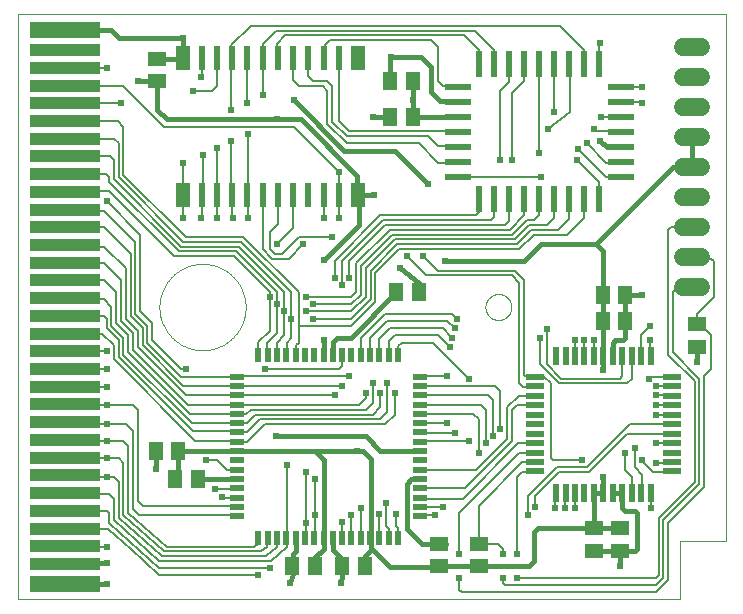
<source format=gtl>
G75*
%MOIN*%
%OFA0B0*%
%FSLAX25Y25*%
%IPPOS*%
%LPD*%
%AMOC8*
5,1,8,0,0,1.08239X$1,22.5*
%
%ADD10C,0.00000*%
%ADD11R,0.04724X0.07874*%
%ADD12R,0.02362X0.07874*%
%ADD13R,0.23622X0.05512*%
%ADD14R,0.23622X0.03937*%
%ADD15R,0.08661X0.02362*%
%ADD16R,0.02362X0.08661*%
%ADD17R,0.02200X0.04700*%
%ADD18R,0.04700X0.02200*%
%ADD19R,0.05906X0.05118*%
%ADD20R,0.05118X0.05906*%
%ADD21R,0.01969X0.05906*%
%ADD22R,0.05906X0.01969*%
%ADD23C,0.06000*%
%ADD24C,0.01600*%
%ADD25C,0.02400*%
%ADD26C,0.00800*%
D10*
X0001000Y0001000D02*
X0001000Y0196000D01*
X0237000Y0196000D01*
X0237000Y0020500D01*
X0221900Y0020500D01*
X0221900Y0001000D01*
X0001000Y0001000D01*
X0048244Y0098441D02*
X0048248Y0098794D01*
X0048261Y0099146D01*
X0048283Y0099498D01*
X0048313Y0099850D01*
X0048352Y0100200D01*
X0048400Y0100550D01*
X0048456Y0100898D01*
X0048520Y0101244D01*
X0048593Y0101589D01*
X0048675Y0101933D01*
X0048765Y0102274D01*
X0048863Y0102612D01*
X0048969Y0102949D01*
X0049084Y0103282D01*
X0049207Y0103613D01*
X0049338Y0103940D01*
X0049477Y0104264D01*
X0049624Y0104585D01*
X0049778Y0104902D01*
X0049941Y0105215D01*
X0050111Y0105524D01*
X0050288Y0105829D01*
X0050473Y0106129D01*
X0050666Y0106425D01*
X0050865Y0106715D01*
X0051072Y0107001D01*
X0051285Y0107282D01*
X0051506Y0107557D01*
X0051733Y0107827D01*
X0051967Y0108091D01*
X0052207Y0108350D01*
X0052453Y0108602D01*
X0052705Y0108848D01*
X0052964Y0109088D01*
X0053228Y0109322D01*
X0053498Y0109549D01*
X0053773Y0109770D01*
X0054054Y0109983D01*
X0054340Y0110190D01*
X0054630Y0110389D01*
X0054926Y0110582D01*
X0055226Y0110767D01*
X0055531Y0110944D01*
X0055840Y0111114D01*
X0056153Y0111277D01*
X0056470Y0111431D01*
X0056791Y0111578D01*
X0057115Y0111717D01*
X0057442Y0111848D01*
X0057773Y0111971D01*
X0058106Y0112086D01*
X0058443Y0112192D01*
X0058781Y0112290D01*
X0059122Y0112380D01*
X0059466Y0112462D01*
X0059811Y0112535D01*
X0060157Y0112599D01*
X0060505Y0112655D01*
X0060855Y0112703D01*
X0061205Y0112742D01*
X0061557Y0112772D01*
X0061909Y0112794D01*
X0062261Y0112807D01*
X0062614Y0112811D01*
X0062967Y0112807D01*
X0063319Y0112794D01*
X0063671Y0112772D01*
X0064023Y0112742D01*
X0064373Y0112703D01*
X0064723Y0112655D01*
X0065071Y0112599D01*
X0065417Y0112535D01*
X0065762Y0112462D01*
X0066106Y0112380D01*
X0066447Y0112290D01*
X0066785Y0112192D01*
X0067122Y0112086D01*
X0067455Y0111971D01*
X0067786Y0111848D01*
X0068113Y0111717D01*
X0068437Y0111578D01*
X0068758Y0111431D01*
X0069075Y0111277D01*
X0069388Y0111114D01*
X0069697Y0110944D01*
X0070002Y0110767D01*
X0070302Y0110582D01*
X0070598Y0110389D01*
X0070888Y0110190D01*
X0071174Y0109983D01*
X0071455Y0109770D01*
X0071730Y0109549D01*
X0072000Y0109322D01*
X0072264Y0109088D01*
X0072523Y0108848D01*
X0072775Y0108602D01*
X0073021Y0108350D01*
X0073261Y0108091D01*
X0073495Y0107827D01*
X0073722Y0107557D01*
X0073943Y0107282D01*
X0074156Y0107001D01*
X0074363Y0106715D01*
X0074562Y0106425D01*
X0074755Y0106129D01*
X0074940Y0105829D01*
X0075117Y0105524D01*
X0075287Y0105215D01*
X0075450Y0104902D01*
X0075604Y0104585D01*
X0075751Y0104264D01*
X0075890Y0103940D01*
X0076021Y0103613D01*
X0076144Y0103282D01*
X0076259Y0102949D01*
X0076365Y0102612D01*
X0076463Y0102274D01*
X0076553Y0101933D01*
X0076635Y0101589D01*
X0076708Y0101244D01*
X0076772Y0100898D01*
X0076828Y0100550D01*
X0076876Y0100200D01*
X0076915Y0099850D01*
X0076945Y0099498D01*
X0076967Y0099146D01*
X0076980Y0098794D01*
X0076984Y0098441D01*
X0076980Y0098088D01*
X0076967Y0097736D01*
X0076945Y0097384D01*
X0076915Y0097032D01*
X0076876Y0096682D01*
X0076828Y0096332D01*
X0076772Y0095984D01*
X0076708Y0095638D01*
X0076635Y0095293D01*
X0076553Y0094949D01*
X0076463Y0094608D01*
X0076365Y0094270D01*
X0076259Y0093933D01*
X0076144Y0093600D01*
X0076021Y0093269D01*
X0075890Y0092942D01*
X0075751Y0092618D01*
X0075604Y0092297D01*
X0075450Y0091980D01*
X0075287Y0091667D01*
X0075117Y0091358D01*
X0074940Y0091053D01*
X0074755Y0090753D01*
X0074562Y0090457D01*
X0074363Y0090167D01*
X0074156Y0089881D01*
X0073943Y0089600D01*
X0073722Y0089325D01*
X0073495Y0089055D01*
X0073261Y0088791D01*
X0073021Y0088532D01*
X0072775Y0088280D01*
X0072523Y0088034D01*
X0072264Y0087794D01*
X0072000Y0087560D01*
X0071730Y0087333D01*
X0071455Y0087112D01*
X0071174Y0086899D01*
X0070888Y0086692D01*
X0070598Y0086493D01*
X0070302Y0086300D01*
X0070002Y0086115D01*
X0069697Y0085938D01*
X0069388Y0085768D01*
X0069075Y0085605D01*
X0068758Y0085451D01*
X0068437Y0085304D01*
X0068113Y0085165D01*
X0067786Y0085034D01*
X0067455Y0084911D01*
X0067122Y0084796D01*
X0066785Y0084690D01*
X0066447Y0084592D01*
X0066106Y0084502D01*
X0065762Y0084420D01*
X0065417Y0084347D01*
X0065071Y0084283D01*
X0064723Y0084227D01*
X0064373Y0084179D01*
X0064023Y0084140D01*
X0063671Y0084110D01*
X0063319Y0084088D01*
X0062967Y0084075D01*
X0062614Y0084071D01*
X0062261Y0084075D01*
X0061909Y0084088D01*
X0061557Y0084110D01*
X0061205Y0084140D01*
X0060855Y0084179D01*
X0060505Y0084227D01*
X0060157Y0084283D01*
X0059811Y0084347D01*
X0059466Y0084420D01*
X0059122Y0084502D01*
X0058781Y0084592D01*
X0058443Y0084690D01*
X0058106Y0084796D01*
X0057773Y0084911D01*
X0057442Y0085034D01*
X0057115Y0085165D01*
X0056791Y0085304D01*
X0056470Y0085451D01*
X0056153Y0085605D01*
X0055840Y0085768D01*
X0055531Y0085938D01*
X0055226Y0086115D01*
X0054926Y0086300D01*
X0054630Y0086493D01*
X0054340Y0086692D01*
X0054054Y0086899D01*
X0053773Y0087112D01*
X0053498Y0087333D01*
X0053228Y0087560D01*
X0052964Y0087794D01*
X0052705Y0088034D01*
X0052453Y0088280D01*
X0052207Y0088532D01*
X0051967Y0088791D01*
X0051733Y0089055D01*
X0051506Y0089325D01*
X0051285Y0089600D01*
X0051072Y0089881D01*
X0050865Y0090167D01*
X0050666Y0090457D01*
X0050473Y0090753D01*
X0050288Y0091053D01*
X0050111Y0091358D01*
X0049941Y0091667D01*
X0049778Y0091980D01*
X0049624Y0092297D01*
X0049477Y0092618D01*
X0049338Y0092942D01*
X0049207Y0093269D01*
X0049084Y0093600D01*
X0048969Y0093933D01*
X0048863Y0094270D01*
X0048765Y0094608D01*
X0048675Y0094949D01*
X0048593Y0095293D01*
X0048520Y0095638D01*
X0048456Y0095984D01*
X0048400Y0096332D01*
X0048352Y0096682D01*
X0048313Y0097032D01*
X0048283Y0097384D01*
X0048261Y0097736D01*
X0048248Y0098088D01*
X0048244Y0098441D01*
X0156905Y0098441D02*
X0156907Y0098572D01*
X0156913Y0098704D01*
X0156923Y0098835D01*
X0156937Y0098966D01*
X0156955Y0099096D01*
X0156977Y0099225D01*
X0157002Y0099354D01*
X0157032Y0099482D01*
X0157066Y0099609D01*
X0157103Y0099736D01*
X0157144Y0099860D01*
X0157189Y0099984D01*
X0157238Y0100106D01*
X0157290Y0100227D01*
X0157346Y0100345D01*
X0157406Y0100463D01*
X0157469Y0100578D01*
X0157536Y0100691D01*
X0157606Y0100803D01*
X0157679Y0100912D01*
X0157755Y0101018D01*
X0157835Y0101123D01*
X0157918Y0101225D01*
X0158004Y0101324D01*
X0158093Y0101421D01*
X0158185Y0101515D01*
X0158280Y0101606D01*
X0158377Y0101695D01*
X0158477Y0101780D01*
X0158580Y0101862D01*
X0158685Y0101941D01*
X0158792Y0102017D01*
X0158902Y0102089D01*
X0159014Y0102158D01*
X0159128Y0102224D01*
X0159243Y0102286D01*
X0159361Y0102345D01*
X0159480Y0102400D01*
X0159601Y0102452D01*
X0159724Y0102499D01*
X0159848Y0102543D01*
X0159973Y0102584D01*
X0160099Y0102620D01*
X0160227Y0102653D01*
X0160355Y0102681D01*
X0160484Y0102706D01*
X0160614Y0102727D01*
X0160744Y0102744D01*
X0160875Y0102757D01*
X0161006Y0102766D01*
X0161137Y0102771D01*
X0161269Y0102772D01*
X0161400Y0102769D01*
X0161532Y0102762D01*
X0161663Y0102751D01*
X0161793Y0102736D01*
X0161923Y0102717D01*
X0162053Y0102694D01*
X0162181Y0102668D01*
X0162309Y0102637D01*
X0162436Y0102602D01*
X0162562Y0102564D01*
X0162686Y0102522D01*
X0162810Y0102476D01*
X0162931Y0102426D01*
X0163051Y0102373D01*
X0163170Y0102316D01*
X0163287Y0102256D01*
X0163401Y0102192D01*
X0163514Y0102124D01*
X0163625Y0102053D01*
X0163734Y0101979D01*
X0163840Y0101902D01*
X0163944Y0101821D01*
X0164045Y0101738D01*
X0164144Y0101651D01*
X0164240Y0101561D01*
X0164333Y0101468D01*
X0164424Y0101373D01*
X0164511Y0101275D01*
X0164596Y0101174D01*
X0164677Y0101071D01*
X0164755Y0100965D01*
X0164830Y0100857D01*
X0164902Y0100747D01*
X0164970Y0100635D01*
X0165035Y0100521D01*
X0165096Y0100404D01*
X0165154Y0100286D01*
X0165208Y0100166D01*
X0165259Y0100045D01*
X0165306Y0099922D01*
X0165349Y0099798D01*
X0165388Y0099673D01*
X0165424Y0099546D01*
X0165455Y0099418D01*
X0165483Y0099290D01*
X0165507Y0099161D01*
X0165527Y0099031D01*
X0165543Y0098900D01*
X0165555Y0098769D01*
X0165563Y0098638D01*
X0165567Y0098507D01*
X0165567Y0098375D01*
X0165563Y0098244D01*
X0165555Y0098113D01*
X0165543Y0097982D01*
X0165527Y0097851D01*
X0165507Y0097721D01*
X0165483Y0097592D01*
X0165455Y0097464D01*
X0165424Y0097336D01*
X0165388Y0097209D01*
X0165349Y0097084D01*
X0165306Y0096960D01*
X0165259Y0096837D01*
X0165208Y0096716D01*
X0165154Y0096596D01*
X0165096Y0096478D01*
X0165035Y0096361D01*
X0164970Y0096247D01*
X0164902Y0096135D01*
X0164830Y0096025D01*
X0164755Y0095917D01*
X0164677Y0095811D01*
X0164596Y0095708D01*
X0164511Y0095607D01*
X0164424Y0095509D01*
X0164333Y0095414D01*
X0164240Y0095321D01*
X0164144Y0095231D01*
X0164045Y0095144D01*
X0163944Y0095061D01*
X0163840Y0094980D01*
X0163734Y0094903D01*
X0163625Y0094829D01*
X0163514Y0094758D01*
X0163402Y0094690D01*
X0163287Y0094626D01*
X0163170Y0094566D01*
X0163051Y0094509D01*
X0162931Y0094456D01*
X0162810Y0094406D01*
X0162686Y0094360D01*
X0162562Y0094318D01*
X0162436Y0094280D01*
X0162309Y0094245D01*
X0162181Y0094214D01*
X0162053Y0094188D01*
X0161923Y0094165D01*
X0161793Y0094146D01*
X0161663Y0094131D01*
X0161532Y0094120D01*
X0161400Y0094113D01*
X0161269Y0094110D01*
X0161137Y0094111D01*
X0161006Y0094116D01*
X0160875Y0094125D01*
X0160744Y0094138D01*
X0160614Y0094155D01*
X0160484Y0094176D01*
X0160355Y0094201D01*
X0160227Y0094229D01*
X0160099Y0094262D01*
X0159973Y0094298D01*
X0159848Y0094339D01*
X0159724Y0094383D01*
X0159601Y0094430D01*
X0159480Y0094482D01*
X0159361Y0094537D01*
X0159243Y0094596D01*
X0159128Y0094658D01*
X0159014Y0094724D01*
X0158902Y0094793D01*
X0158792Y0094865D01*
X0158685Y0094941D01*
X0158580Y0095020D01*
X0158477Y0095102D01*
X0158377Y0095187D01*
X0158280Y0095276D01*
X0158185Y0095367D01*
X0158093Y0095461D01*
X0158004Y0095558D01*
X0157918Y0095657D01*
X0157835Y0095759D01*
X0157755Y0095864D01*
X0157679Y0095970D01*
X0157606Y0096079D01*
X0157536Y0096191D01*
X0157469Y0096304D01*
X0157406Y0096419D01*
X0157346Y0096537D01*
X0157290Y0096655D01*
X0157238Y0096776D01*
X0157189Y0096898D01*
X0157144Y0097022D01*
X0157103Y0097146D01*
X0157066Y0097273D01*
X0157032Y0097400D01*
X0157002Y0097528D01*
X0156977Y0097657D01*
X0156955Y0097786D01*
X0156937Y0097916D01*
X0156923Y0098047D01*
X0156913Y0098178D01*
X0156907Y0098310D01*
X0156905Y0098441D01*
D11*
X0114291Y0135637D03*
X0114291Y0181306D03*
X0056062Y0181306D03*
X0056062Y0135637D03*
D12*
X0062322Y0135637D03*
X0067401Y0135637D03*
X0072480Y0135637D03*
X0077558Y0135637D03*
X0082637Y0135637D03*
X0087716Y0135637D03*
X0092794Y0135637D03*
X0097873Y0135637D03*
X0102952Y0135637D03*
X0108031Y0135637D03*
X0108031Y0181306D03*
X0102952Y0181306D03*
X0097873Y0181306D03*
X0092794Y0181306D03*
X0087716Y0181306D03*
X0082637Y0181306D03*
X0077558Y0181306D03*
X0072480Y0181306D03*
X0067401Y0181306D03*
X0062322Y0181306D03*
D13*
X0016748Y0190764D03*
X0016748Y0006118D03*
D14*
X0016748Y0012811D03*
X0016748Y0018717D03*
X0016748Y0024622D03*
X0016748Y0030528D03*
X0016748Y0036433D03*
X0016748Y0042339D03*
X0016748Y0048244D03*
X0016748Y0054150D03*
X0016748Y0060055D03*
X0016748Y0065961D03*
X0016748Y0071866D03*
X0016748Y0077772D03*
X0016748Y0083677D03*
X0016748Y0089583D03*
X0016748Y0095488D03*
X0016748Y0101394D03*
X0016748Y0107299D03*
X0016748Y0113205D03*
X0016748Y0119110D03*
X0016748Y0125016D03*
X0016748Y0130921D03*
X0016748Y0136827D03*
X0016748Y0142732D03*
X0016748Y0148638D03*
X0016748Y0154543D03*
X0016748Y0160449D03*
X0016748Y0166354D03*
X0016748Y0172260D03*
X0016748Y0178165D03*
X0016748Y0184071D03*
D15*
X0147635Y0171900D03*
X0147635Y0166900D03*
X0147635Y0161900D03*
X0147635Y0156900D03*
X0147635Y0151900D03*
X0147635Y0146900D03*
X0147635Y0141900D03*
X0201965Y0141900D03*
X0201965Y0146900D03*
X0201965Y0151900D03*
X0201965Y0156900D03*
X0201965Y0161900D03*
X0201965Y0166900D03*
X0201965Y0171900D03*
D16*
X0194800Y0179341D03*
X0189800Y0179341D03*
X0184800Y0179341D03*
X0179800Y0179341D03*
X0174800Y0179341D03*
X0169800Y0179341D03*
X0164800Y0179341D03*
X0159800Y0179341D03*
X0154800Y0179341D03*
X0154800Y0134459D03*
X0159800Y0134459D03*
X0164800Y0134459D03*
X0169800Y0134459D03*
X0174800Y0134459D03*
X0179800Y0134459D03*
X0184800Y0134459D03*
X0189800Y0134459D03*
X0194800Y0134459D03*
D17*
X0127750Y0082550D03*
X0124650Y0082550D03*
X0121550Y0082550D03*
X0118450Y0082550D03*
X0115350Y0082550D03*
X0112250Y0082550D03*
X0109150Y0082550D03*
X0106050Y0082550D03*
X0102950Y0082550D03*
X0099850Y0082550D03*
X0096750Y0082550D03*
X0093650Y0082550D03*
X0090550Y0082550D03*
X0087450Y0082550D03*
X0084350Y0082550D03*
X0081250Y0082550D03*
X0081250Y0021450D03*
X0084350Y0021450D03*
X0087450Y0021450D03*
X0090550Y0021450D03*
X0093650Y0021450D03*
X0096750Y0021450D03*
X0099850Y0021450D03*
X0102950Y0021450D03*
X0106050Y0021450D03*
X0109150Y0021450D03*
X0112250Y0021450D03*
X0115350Y0021450D03*
X0118450Y0021450D03*
X0121550Y0021450D03*
X0124650Y0021450D03*
X0127750Y0021450D03*
D18*
X0135050Y0028750D03*
X0135050Y0031850D03*
X0135050Y0034950D03*
X0135050Y0038050D03*
X0135050Y0041150D03*
X0135050Y0044250D03*
X0135050Y0047350D03*
X0135050Y0050450D03*
X0135050Y0053550D03*
X0135050Y0056650D03*
X0135050Y0059750D03*
X0135050Y0062850D03*
X0135050Y0065950D03*
X0135050Y0069050D03*
X0135050Y0072150D03*
X0135050Y0075250D03*
X0073950Y0075250D03*
X0073950Y0072150D03*
X0073950Y0069050D03*
X0073950Y0065950D03*
X0073950Y0062850D03*
X0073950Y0059750D03*
X0073950Y0056650D03*
X0073950Y0053550D03*
X0073950Y0050450D03*
X0073950Y0047350D03*
X0073950Y0044250D03*
X0073950Y0041150D03*
X0073950Y0038050D03*
X0073950Y0034950D03*
X0073950Y0031850D03*
X0073950Y0028750D03*
D19*
X0141400Y0019540D03*
X0141400Y0012060D03*
X0154600Y0012060D03*
X0154600Y0019540D03*
X0193000Y0017260D03*
X0201800Y0017260D03*
X0201800Y0024740D03*
X0193000Y0024740D03*
X0227400Y0085260D03*
X0227400Y0092740D03*
X0047400Y0173660D03*
X0047400Y0181140D03*
D20*
X0125260Y0173800D03*
X0132740Y0173800D03*
X0132740Y0161800D03*
X0125260Y0161800D03*
X0127126Y0103311D03*
X0134606Y0103311D03*
X0196060Y0102600D03*
X0203540Y0102600D03*
X0203540Y0093800D03*
X0196060Y0093800D03*
X0116740Y0012200D03*
X0109260Y0012200D03*
X0099940Y0012200D03*
X0092460Y0012200D03*
X0060940Y0041000D03*
X0053460Y0041000D03*
X0054440Y0050500D03*
X0046960Y0050500D03*
D21*
X0180452Y0036565D03*
X0183602Y0036565D03*
X0186751Y0036565D03*
X0189901Y0036565D03*
X0193050Y0036565D03*
X0196200Y0036565D03*
X0199350Y0036565D03*
X0202499Y0036565D03*
X0205649Y0036565D03*
X0208798Y0036565D03*
X0211948Y0036565D03*
X0211948Y0082235D03*
X0208798Y0082235D03*
X0205649Y0082235D03*
X0202499Y0082235D03*
X0199350Y0082235D03*
X0196200Y0082235D03*
X0193050Y0082235D03*
X0189901Y0082235D03*
X0186751Y0082235D03*
X0183602Y0082235D03*
X0180452Y0082235D03*
D22*
X0173365Y0075148D03*
X0173365Y0071998D03*
X0173365Y0068849D03*
X0173365Y0065699D03*
X0173365Y0062550D03*
X0173365Y0059400D03*
X0173365Y0056250D03*
X0173365Y0053101D03*
X0173365Y0049951D03*
X0173365Y0046802D03*
X0173365Y0043652D03*
X0219035Y0043652D03*
X0219035Y0046802D03*
X0219035Y0049951D03*
X0219035Y0053101D03*
X0219035Y0056250D03*
X0219035Y0059400D03*
X0219035Y0062550D03*
X0219035Y0065699D03*
X0219035Y0068849D03*
X0219035Y0071998D03*
X0219035Y0075148D03*
D23*
X0222800Y0105000D02*
X0228800Y0105000D01*
X0228800Y0115000D02*
X0222800Y0115000D01*
X0222800Y0125000D02*
X0228800Y0125000D01*
X0228800Y0135000D02*
X0222800Y0135000D01*
X0222800Y0145000D02*
X0228800Y0145000D01*
X0228800Y0155000D02*
X0222800Y0155000D01*
X0222800Y0165000D02*
X0228800Y0165000D01*
X0228800Y0175000D02*
X0222800Y0175000D01*
X0222800Y0185000D02*
X0228800Y0185000D01*
D24*
X0225800Y0155000D02*
X0225800Y0145000D01*
X0219400Y0145000D01*
X0193800Y0119400D01*
X0175400Y0119400D01*
X0169800Y0113800D01*
X0143400Y0113800D01*
X0134600Y0106600D02*
X0134600Y0103317D01*
X0134606Y0103311D01*
X0134600Y0106600D02*
X0128295Y0111305D01*
X0128435Y0111305D01*
X0127126Y0103311D02*
X0112015Y0088200D01*
X0107400Y0088200D01*
X0106050Y0086850D01*
X0106050Y0082550D01*
X0102950Y0082550D02*
X0102950Y0086950D01*
X0103000Y0087400D01*
X0103000Y0114200D02*
X0114600Y0125800D01*
X0114600Y0135328D01*
X0114291Y0135637D01*
X0119637Y0135637D01*
X0119800Y0135800D01*
X0114291Y0135637D02*
X0114200Y0135728D01*
X0114200Y0142200D01*
X0095400Y0161000D01*
X0087400Y0161000D01*
X0050600Y0161000D01*
X0047400Y0164200D01*
X0047400Y0173660D01*
X0045800Y0173800D01*
X0041000Y0173800D01*
X0047400Y0181140D02*
X0055896Y0181140D01*
X0056062Y0181306D01*
X0056200Y0181444D01*
X0056200Y0188200D01*
X0034600Y0188200D01*
X0032036Y0190764D01*
X0016748Y0190764D01*
X0093000Y0167400D02*
X0109800Y0150600D01*
X0126600Y0150600D01*
X0137800Y0139400D01*
X0132740Y0161800D02*
X0132840Y0161900D01*
X0147635Y0161900D01*
X0147635Y0166900D02*
X0147535Y0167000D01*
X0141800Y0167000D01*
X0138600Y0170200D01*
X0138600Y0178600D01*
X0135400Y0181800D01*
X0125400Y0181800D01*
X0125260Y0181660D01*
X0125260Y0173800D01*
X0132740Y0173800D02*
X0132840Y0167300D01*
X0132840Y0166573D01*
X0132827Y0166560D01*
X0132840Y0167300D01*
X0132827Y0166560D02*
X0132740Y0161800D01*
X0125260Y0161800D02*
X0119400Y0161800D01*
X0195000Y0153800D02*
X0197500Y0151900D01*
X0201965Y0151900D01*
X0193800Y0119400D02*
X0196200Y0117000D01*
X0196200Y0102740D01*
X0196060Y0102600D01*
X0196060Y0093800D01*
X0196200Y0093660D01*
X0196200Y0082235D01*
X0196200Y0077400D01*
X0196200Y0082235D02*
X0196060Y0082375D01*
X0199350Y0082235D02*
X0199350Y0086550D01*
X0200200Y0087400D01*
X0202600Y0087400D01*
X0203400Y0088200D01*
X0203400Y0093660D01*
X0203540Y0093800D01*
X0203540Y0102600D01*
X0209000Y0102600D01*
X0227400Y0085260D02*
X0227400Y0080200D01*
X0196200Y0041800D02*
X0196200Y0036565D01*
X0193050Y0036565D01*
X0193050Y0024791D01*
X0174391Y0024791D01*
X0173000Y0023400D01*
X0173000Y0013800D01*
X0171400Y0012200D01*
X0157140Y0012200D01*
X0154600Y0012060D01*
X0141400Y0012060D01*
X0143540Y0011800D01*
X0125000Y0011800D01*
X0119400Y0017400D01*
X0118600Y0017400D01*
X0118600Y0021300D01*
X0118450Y0021450D01*
X0118600Y0021600D01*
X0118600Y0047800D01*
X0115950Y0050450D01*
X0114200Y0050450D01*
X0099950Y0050450D01*
X0103000Y0047400D01*
X0103000Y0021500D01*
X0102950Y0021450D01*
X0103000Y0021400D01*
X0103000Y0017800D01*
X0100240Y0015040D01*
X0099940Y0012200D01*
X0093800Y0017000D02*
X0093800Y0021300D01*
X0093650Y0021450D01*
X0093800Y0017000D02*
X0092760Y0015960D01*
X0092460Y0012200D01*
X0092760Y0009560D01*
X0091800Y0006600D01*
X0106200Y0017400D02*
X0106200Y0021300D01*
X0106050Y0021450D01*
X0106200Y0017400D02*
X0109260Y0014340D01*
X0109260Y0012200D01*
X0109260Y0009260D01*
X0108600Y0006600D01*
X0116740Y0012200D02*
X0116740Y0015540D01*
X0118600Y0017400D01*
X0130600Y0024600D02*
X0135800Y0019400D01*
X0143660Y0019400D01*
X0141400Y0019540D01*
X0130600Y0024600D02*
X0130600Y0039400D01*
X0132200Y0041000D01*
X0134900Y0041000D01*
X0135050Y0041150D01*
X0135050Y0050450D02*
X0134900Y0050600D01*
X0121800Y0050600D01*
X0117000Y0055400D01*
X0087000Y0055400D01*
X0099950Y0050450D02*
X0073950Y0050450D01*
X0073900Y0050500D01*
X0065000Y0050500D01*
X0064940Y0050440D01*
X0065000Y0050500D02*
X0054440Y0050500D01*
X0054440Y0039620D01*
X0053460Y0041000D01*
X0047000Y0044600D02*
X0046960Y0045440D01*
X0046960Y0050500D01*
X0060940Y0041000D02*
X0073800Y0041000D01*
X0073950Y0041150D01*
X0030600Y0013000D02*
X0030537Y0013000D01*
X0016748Y0012811D01*
X0016748Y0006118D02*
X0030518Y0006118D01*
X0030600Y0006200D01*
X0017066Y0005800D02*
X0016748Y0006118D01*
X0193000Y0017260D02*
X0201800Y0017260D01*
X0202060Y0017000D01*
X0206600Y0017000D01*
X0207400Y0017800D01*
X0207400Y0029800D01*
X0206600Y0030600D01*
X0203400Y0030600D01*
X0202499Y0031501D01*
X0202499Y0036565D01*
X0199350Y0036565D01*
X0196200Y0036565D02*
X0196200Y0036200D01*
X0193050Y0024791D02*
X0193000Y0024740D01*
X0201800Y0024740D01*
X0201800Y0017260D02*
X0201800Y0012200D01*
D25*
X0201800Y0012200D03*
X0212200Y0031400D03*
X0196200Y0041800D03*
X0189000Y0047400D03*
X0203400Y0049800D03*
X0206600Y0051400D03*
X0209000Y0047400D03*
X0213800Y0046600D03*
X0213800Y0053000D03*
X0213800Y0062600D03*
X0213800Y0065800D03*
X0213800Y0069000D03*
X0213800Y0072200D03*
X0211400Y0074600D03*
X0196200Y0077400D03*
X0193000Y0087400D03*
X0189800Y0087400D03*
X0186600Y0087400D03*
X0177400Y0091000D03*
X0175000Y0088200D03*
X0151400Y0074600D03*
X0144200Y0075400D03*
X0145000Y0085000D03*
X0145800Y0088200D03*
X0146600Y0091400D03*
X0147400Y0094600D03*
X0128435Y0111305D03*
X0130600Y0115400D03*
X0136200Y0115400D03*
X0143400Y0113800D03*
X0119800Y0135800D03*
X0108200Y0128200D03*
X0103000Y0128200D03*
X0105800Y0121800D03*
X0103000Y0114200D03*
X0106600Y0108200D03*
X0109000Y0105800D03*
X0111400Y0108200D03*
X0099400Y0099400D03*
X0097000Y0101800D03*
X0097000Y0097000D03*
X0099400Y0094600D03*
X0092200Y0094600D03*
X0089800Y0097000D03*
X0087400Y0099400D03*
X0085000Y0101800D03*
X0103000Y0087400D03*
X0111400Y0075400D03*
X0109000Y0072200D03*
X0106600Y0069000D03*
X0117000Y0069800D03*
X0119400Y0073000D03*
X0121800Y0069800D03*
X0124200Y0073000D03*
X0126600Y0069800D03*
X0144200Y0059800D03*
X0146600Y0056600D03*
X0151400Y0053800D03*
X0154600Y0049800D03*
X0157000Y0053000D03*
X0159400Y0055400D03*
X0161800Y0057800D03*
X0173400Y0031800D03*
X0171000Y0029000D03*
X0180200Y0031400D03*
X0183400Y0031400D03*
X0186600Y0031400D03*
X0167400Y0016200D03*
X0162600Y0016200D03*
X0162600Y0008200D03*
X0167400Y0008200D03*
X0148200Y0008200D03*
X0148200Y0016200D03*
X0140200Y0029000D03*
X0142600Y0031800D03*
X0127000Y0029400D03*
X0123800Y0033000D03*
X0121400Y0029400D03*
X0115400Y0031400D03*
X0112200Y0029000D03*
X0109150Y0026750D03*
X0100200Y0029000D03*
X0097000Y0026600D03*
X0100200Y0041000D03*
X0097000Y0043400D03*
X0090600Y0045800D03*
X0087000Y0055400D03*
X0066600Y0037800D03*
X0069000Y0035000D03*
X0063800Y0047400D03*
X0047000Y0044600D03*
X0030600Y0041800D03*
X0030600Y0048200D03*
X0030600Y0053800D03*
X0030600Y0059400D03*
X0030600Y0065800D03*
X0030600Y0071800D03*
X0030600Y0077800D03*
X0030600Y0083800D03*
X0057000Y0077800D03*
X0083400Y0077800D03*
X0114200Y0050450D03*
X0085000Y0011400D03*
X0081000Y0009000D03*
X0091800Y0006600D03*
X0108600Y0006600D03*
X0030600Y0006200D03*
X0030600Y0013000D03*
X0030600Y0018600D03*
X0087400Y0119400D03*
X0096200Y0119400D03*
X0077800Y0128200D03*
X0072600Y0128200D03*
X0067400Y0128200D03*
X0062200Y0128200D03*
X0056200Y0128200D03*
X0056200Y0146600D03*
X0062600Y0149000D03*
X0067400Y0151400D03*
X0072200Y0153800D03*
X0077800Y0156200D03*
X0072200Y0164200D03*
X0077400Y0166600D03*
X0082600Y0169000D03*
X0087400Y0161000D03*
X0093000Y0167400D03*
X0119400Y0161800D03*
X0132840Y0167300D03*
X0125400Y0181800D03*
X0161800Y0147400D03*
X0165800Y0147400D03*
X0174600Y0149800D03*
X0175400Y0141800D03*
X0187400Y0147400D03*
X0187800Y0151000D03*
X0190600Y0153000D03*
X0195000Y0153800D03*
X0193000Y0157800D03*
X0195400Y0161800D03*
X0209000Y0166600D03*
X0209000Y0171800D03*
X0195000Y0186600D03*
X0179800Y0163400D03*
X0177800Y0157800D03*
X0137800Y0139400D03*
X0108200Y0143400D03*
X0062200Y0175000D03*
X0059400Y0170600D03*
X0041000Y0173800D03*
X0035400Y0166600D03*
X0030635Y0178165D03*
X0056200Y0188200D03*
X0030600Y0133800D03*
X0209000Y0102600D03*
X0211800Y0092200D03*
X0211800Y0087400D03*
X0227400Y0080200D03*
D26*
X0232200Y0077800D02*
X0229800Y0075400D01*
X0229800Y0038600D01*
X0217800Y0026600D01*
X0217800Y0007400D01*
X0213800Y0003400D01*
X0149000Y0003400D01*
X0148200Y0004200D01*
X0148200Y0008200D01*
X0148200Y0016200D02*
X0148200Y0029800D01*
X0168200Y0049800D01*
X0173214Y0049800D01*
X0173365Y0049951D01*
X0173265Y0053000D02*
X0173365Y0053101D01*
X0173265Y0053000D02*
X0167800Y0053000D01*
X0149400Y0034600D01*
X0135400Y0034600D01*
X0135050Y0034950D01*
X0135050Y0031850D02*
X0135100Y0031800D01*
X0142600Y0031800D01*
X0140200Y0029000D02*
X0135300Y0029000D01*
X0135050Y0028750D01*
X0127000Y0029400D02*
X0127000Y0025400D01*
X0127750Y0024650D01*
X0127750Y0021450D01*
X0124650Y0021450D02*
X0124600Y0021500D01*
X0124600Y0024600D01*
X0123800Y0025400D01*
X0123800Y0033000D01*
X0121400Y0029400D02*
X0121400Y0021600D01*
X0121550Y0021450D01*
X0115350Y0021450D02*
X0115350Y0032150D01*
X0115400Y0031400D01*
X0112250Y0028950D02*
X0112200Y0029000D01*
X0112250Y0028950D02*
X0112250Y0021450D01*
X0109150Y0021450D02*
X0109150Y0026750D01*
X0100200Y0029000D02*
X0100200Y0021800D01*
X0099850Y0021450D01*
X0099800Y0021500D01*
X0097000Y0021700D02*
X0096750Y0021450D01*
X0097000Y0021700D02*
X0097000Y0026600D01*
X0097000Y0043400D01*
X0100200Y0041000D02*
X0100200Y0029000D01*
X0090600Y0021500D02*
X0090550Y0021450D01*
X0090600Y0021400D01*
X0090600Y0018600D01*
X0085400Y0013800D01*
X0048200Y0013800D01*
X0033000Y0027400D01*
X0033000Y0034600D01*
X0031400Y0036200D01*
X0017800Y0036200D01*
X0017567Y0036433D01*
X0016748Y0036433D01*
X0017287Y0041800D02*
X0016748Y0042339D01*
X0017287Y0041800D02*
X0030600Y0041800D01*
X0033000Y0041800D01*
X0034600Y0040200D01*
X0034600Y0028200D01*
X0049000Y0015400D01*
X0083800Y0015400D01*
X0087400Y0018600D01*
X0087400Y0021400D01*
X0087450Y0021450D01*
X0084350Y0021450D02*
X0084200Y0021300D01*
X0084200Y0018600D01*
X0082200Y0017000D01*
X0049800Y0017000D01*
X0036200Y0029000D01*
X0036200Y0046600D01*
X0034600Y0048200D01*
X0030600Y0048200D01*
X0016792Y0048200D01*
X0016748Y0048244D01*
X0017098Y0053800D02*
X0016748Y0054150D01*
X0017098Y0053800D02*
X0030600Y0053800D01*
X0036200Y0053800D01*
X0037800Y0052200D01*
X0037800Y0029800D01*
X0050600Y0018600D01*
X0079800Y0018600D01*
X0081000Y0019400D01*
X0081000Y0021200D01*
X0081250Y0021450D01*
X0090600Y0021500D02*
X0090600Y0045800D01*
X0077550Y0053550D02*
X0083400Y0059400D01*
X0123400Y0059400D01*
X0126600Y0062600D01*
X0126600Y0069800D01*
X0124200Y0073000D02*
X0124200Y0063400D01*
X0121800Y0061000D01*
X0081800Y0061000D01*
X0077450Y0056650D01*
X0073950Y0056650D01*
X0073600Y0057000D01*
X0059400Y0057000D01*
X0034600Y0081800D01*
X0034600Y0087400D01*
X0030600Y0091400D01*
X0030600Y0094600D01*
X0029800Y0095400D01*
X0016836Y0095400D01*
X0016748Y0095488D01*
X0017142Y0101000D02*
X0016748Y0101394D01*
X0017142Y0101000D02*
X0029800Y0101000D01*
X0032200Y0098600D01*
X0032200Y0092200D01*
X0036200Y0088200D01*
X0036200Y0082600D01*
X0059050Y0059750D01*
X0073950Y0059750D01*
X0077350Y0059750D01*
X0080200Y0062600D01*
X0119400Y0062600D01*
X0121800Y0065000D01*
X0121800Y0069800D01*
X0119400Y0066600D02*
X0119400Y0073000D01*
X0117000Y0069800D02*
X0117000Y0068200D01*
X0114750Y0065950D01*
X0073950Y0065950D01*
X0057650Y0065950D01*
X0039400Y0084200D01*
X0039400Y0089800D01*
X0035400Y0093800D01*
X0035400Y0107400D01*
X0029800Y0113000D01*
X0016543Y0113000D01*
X0016748Y0113205D01*
X0016543Y0113000D02*
X0014600Y0113000D01*
X0016849Y0107400D02*
X0016748Y0107299D01*
X0016849Y0107400D02*
X0029800Y0107400D01*
X0033800Y0103400D01*
X0033800Y0093000D01*
X0037800Y0089000D01*
X0037800Y0083400D01*
X0058350Y0062850D01*
X0073950Y0062850D01*
X0077250Y0062850D01*
X0078600Y0064200D01*
X0117000Y0064200D01*
X0119400Y0066600D01*
X0111400Y0075400D02*
X0074100Y0075400D01*
X0073950Y0075250D01*
X0055550Y0075250D01*
X0044200Y0086600D01*
X0044200Y0092200D01*
X0040200Y0096200D01*
X0040200Y0120200D01*
X0029800Y0130600D01*
X0017069Y0130600D01*
X0016748Y0130921D01*
X0016748Y0125016D02*
X0016764Y0125000D01*
X0029800Y0125000D01*
X0038600Y0116200D01*
X0038600Y0095400D01*
X0042600Y0091400D01*
X0042600Y0085800D01*
X0056250Y0072150D01*
X0073950Y0072150D01*
X0074000Y0072200D01*
X0109000Y0072200D01*
X0106600Y0069000D02*
X0074000Y0069000D01*
X0073950Y0069050D01*
X0056950Y0069050D01*
X0041000Y0085000D01*
X0041000Y0090600D01*
X0037000Y0094600D01*
X0037000Y0111400D01*
X0029800Y0118600D01*
X0017258Y0118600D01*
X0016748Y0119110D01*
X0030600Y0133800D02*
X0041800Y0122600D01*
X0041800Y0097000D01*
X0045800Y0093000D01*
X0045800Y0087400D01*
X0055400Y0077800D01*
X0057000Y0077800D01*
X0041000Y0064200D02*
X0039400Y0065800D01*
X0030600Y0065800D01*
X0016909Y0065800D01*
X0016748Y0065961D01*
X0016814Y0071800D02*
X0016748Y0071866D01*
X0016814Y0071800D02*
X0030600Y0071800D01*
X0030600Y0077800D02*
X0016776Y0077800D01*
X0016748Y0077772D01*
X0016748Y0083677D02*
X0016871Y0083800D01*
X0030600Y0083800D01*
X0033000Y0085800D02*
X0033000Y0081000D01*
X0060200Y0053800D01*
X0073700Y0053800D01*
X0073950Y0053550D01*
X0077550Y0053550D01*
X0073950Y0044250D02*
X0073900Y0044200D01*
X0070600Y0044200D01*
X0067400Y0047400D01*
X0063800Y0047400D01*
X0066600Y0037800D02*
X0073700Y0037800D01*
X0073950Y0038050D01*
X0073950Y0034950D02*
X0069050Y0034950D01*
X0069000Y0035000D01*
X0073600Y0032200D02*
X0073950Y0031850D01*
X0073600Y0032200D02*
X0042600Y0032200D01*
X0041000Y0033800D01*
X0041000Y0064200D01*
X0037000Y0059400D02*
X0030600Y0059400D01*
X0017403Y0059400D01*
X0016748Y0060055D01*
X0037000Y0059400D02*
X0039400Y0057000D01*
X0039400Y0031000D01*
X0041400Y0029000D01*
X0073700Y0029000D01*
X0073950Y0028750D01*
X0085000Y0011400D02*
X0048200Y0011400D01*
X0031400Y0026600D01*
X0031400Y0029800D01*
X0030672Y0030528D01*
X0016748Y0030528D01*
X0016748Y0024622D02*
X0030978Y0024622D01*
X0038600Y0017800D01*
X0048200Y0009000D01*
X0081000Y0009000D01*
X0030600Y0018600D02*
X0016865Y0018600D01*
X0016748Y0018717D01*
X0083400Y0077800D02*
X0108200Y0077800D01*
X0109150Y0078750D01*
X0109150Y0082550D01*
X0115350Y0082550D02*
X0115350Y0088150D01*
X0123400Y0096200D01*
X0145800Y0096200D01*
X0147400Y0094600D01*
X0144200Y0093800D02*
X0146600Y0091400D01*
X0144200Y0093800D02*
X0124200Y0093800D01*
X0118450Y0088050D01*
X0118450Y0082550D01*
X0121550Y0082550D02*
X0121550Y0087950D01*
X0125000Y0091400D01*
X0142600Y0091400D01*
X0145800Y0088200D01*
X0145000Y0085000D02*
X0141000Y0089000D01*
X0126600Y0089000D01*
X0124650Y0087050D01*
X0124650Y0082550D01*
X0127750Y0082550D02*
X0127750Y0085350D01*
X0129000Y0086600D01*
X0139400Y0086600D01*
X0151400Y0074600D01*
X0144200Y0075400D02*
X0135400Y0075400D01*
X0135250Y0075250D01*
X0135050Y0075250D01*
X0135050Y0072150D02*
X0160250Y0072150D01*
X0161800Y0070600D01*
X0161800Y0057800D01*
X0159400Y0055400D02*
X0159400Y0067400D01*
X0157750Y0069050D01*
X0135050Y0069050D01*
X0135050Y0065950D02*
X0135250Y0065950D01*
X0135400Y0065800D01*
X0155400Y0065800D01*
X0157000Y0064200D01*
X0157000Y0053000D01*
X0154600Y0049800D02*
X0154600Y0061000D01*
X0152750Y0062850D01*
X0135050Y0062850D01*
X0135100Y0059800D02*
X0135050Y0059750D01*
X0135100Y0059800D02*
X0144200Y0059800D01*
X0146600Y0056600D02*
X0135100Y0056600D01*
X0135050Y0056650D01*
X0136200Y0053800D02*
X0151400Y0053800D01*
X0153800Y0044200D02*
X0135100Y0044200D01*
X0135050Y0044250D01*
X0135200Y0038200D02*
X0135050Y0038050D01*
X0135300Y0037800D01*
X0135200Y0038200D02*
X0150200Y0038200D01*
X0165800Y0053800D01*
X0165800Y0064200D01*
X0167299Y0065699D01*
X0173365Y0065699D01*
X0173365Y0068849D02*
X0168049Y0068849D01*
X0164200Y0065000D01*
X0164200Y0054600D01*
X0153800Y0044200D01*
X0154600Y0032200D02*
X0154600Y0019540D01*
X0154740Y0019400D01*
X0161000Y0019400D01*
X0162600Y0017800D01*
X0162600Y0016200D01*
X0167400Y0016200D02*
X0167400Y0041800D01*
X0169000Y0043400D01*
X0173113Y0043400D01*
X0173365Y0043652D01*
X0173365Y0046802D02*
X0169202Y0046802D01*
X0154600Y0032200D01*
X0171000Y0035400D02*
X0171000Y0029000D01*
X0173400Y0031800D02*
X0173400Y0035400D01*
X0181400Y0043400D01*
X0191400Y0043400D01*
X0204250Y0056250D01*
X0219035Y0056250D01*
X0219035Y0059400D02*
X0205000Y0059400D01*
X0190600Y0045000D01*
X0180600Y0045000D01*
X0171000Y0035400D01*
X0180200Y0036313D02*
X0180200Y0031400D01*
X0183400Y0031400D02*
X0183400Y0036364D01*
X0183602Y0036565D01*
X0186600Y0036414D02*
X0186751Y0036565D01*
X0186600Y0036414D02*
X0186600Y0031400D01*
X0180452Y0036565D02*
X0180200Y0036313D01*
X0179400Y0047400D02*
X0189000Y0047400D01*
X0179400Y0047400D02*
X0178600Y0048200D01*
X0178600Y0073000D01*
X0176452Y0075148D01*
X0173365Y0075148D01*
X0173217Y0075000D01*
X0170600Y0075000D01*
X0169800Y0075800D01*
X0169800Y0107400D01*
X0166600Y0110600D01*
X0141000Y0110600D01*
X0136200Y0115400D01*
X0130600Y0115400D02*
X0137000Y0109000D01*
X0165800Y0109000D01*
X0168200Y0106600D01*
X0168200Y0073000D01*
X0169400Y0071800D01*
X0173167Y0071800D01*
X0173365Y0071998D01*
X0175000Y0079400D02*
X0175000Y0088200D01*
X0177400Y0091000D02*
X0177400Y0079400D01*
X0182200Y0074600D01*
X0201800Y0074600D01*
X0202499Y0075299D01*
X0202499Y0082235D01*
X0205649Y0082235D02*
X0205649Y0074449D01*
X0204200Y0073000D01*
X0181400Y0073000D01*
X0175000Y0079400D01*
X0186600Y0082386D02*
X0186600Y0087400D01*
X0189800Y0087400D02*
X0189800Y0082335D01*
X0189901Y0082235D01*
X0186751Y0082235D02*
X0186600Y0082386D01*
X0193000Y0082285D02*
X0193000Y0087400D01*
X0193000Y0082285D02*
X0193050Y0082235D01*
X0208600Y0082433D02*
X0208798Y0082235D01*
X0208600Y0082433D02*
X0208600Y0089000D01*
X0211800Y0092200D01*
X0211800Y0087400D02*
X0211800Y0082383D01*
X0211948Y0082235D01*
X0217800Y0082600D02*
X0226600Y0073800D01*
X0226600Y0040200D01*
X0214600Y0028200D01*
X0214600Y0009000D01*
X0213800Y0008200D01*
X0167400Y0008200D01*
X0163400Y0005800D02*
X0162600Y0006600D01*
X0162600Y0008200D01*
X0163400Y0005800D02*
X0213800Y0005800D01*
X0216200Y0008200D01*
X0216200Y0027400D01*
X0228200Y0039400D01*
X0228200Y0074600D01*
X0219400Y0083400D01*
X0219400Y0103400D01*
X0221000Y0105000D01*
X0225800Y0105000D01*
X0233000Y0101800D02*
X0227400Y0096200D01*
X0227400Y0092740D01*
X0228460Y0092740D01*
X0232200Y0089000D01*
X0232200Y0077800D01*
X0219035Y0075148D02*
X0218887Y0075000D01*
X0212200Y0075000D01*
X0211800Y0074600D01*
X0211400Y0074600D01*
X0213800Y0072200D02*
X0218833Y0072200D01*
X0219035Y0071998D01*
X0219035Y0075148D02*
X0217687Y0075400D01*
X0217800Y0069000D02*
X0213800Y0069000D01*
X0213800Y0065800D02*
X0217800Y0065800D01*
X0217901Y0065699D01*
X0219035Y0065699D01*
X0219035Y0068849D02*
X0217951Y0068849D01*
X0217800Y0069000D01*
X0218984Y0062600D02*
X0213800Y0062600D01*
X0218984Y0062600D02*
X0219035Y0062550D01*
X0219035Y0053101D02*
X0218934Y0053000D01*
X0213800Y0053000D01*
X0213800Y0046600D02*
X0218833Y0046600D01*
X0219035Y0046802D01*
X0219035Y0043652D02*
X0218783Y0043400D01*
X0212600Y0043400D01*
X0209000Y0047000D01*
X0209000Y0047400D01*
X0206600Y0045000D02*
X0209000Y0042600D01*
X0209000Y0036767D01*
X0208798Y0036565D01*
X0205800Y0036717D02*
X0205649Y0036565D01*
X0205800Y0036717D02*
X0205800Y0041800D01*
X0203400Y0044200D01*
X0203400Y0049800D01*
X0206600Y0051400D02*
X0206600Y0045000D01*
X0211948Y0036565D02*
X0212200Y0036313D01*
X0212200Y0031400D01*
X0217800Y0082600D02*
X0217800Y0124200D01*
X0218600Y0125000D01*
X0225800Y0125000D01*
X0225800Y0115000D02*
X0225800Y0114600D01*
X0232200Y0114600D01*
X0233000Y0113800D01*
X0233000Y0101800D01*
X0194800Y0134459D02*
X0194800Y0140000D01*
X0187400Y0147400D01*
X0187800Y0151000D02*
X0197000Y0141800D01*
X0201865Y0141800D01*
X0201965Y0141900D01*
X0201665Y0146600D02*
X0197000Y0146600D01*
X0190600Y0153000D01*
X0193800Y0157000D02*
X0193000Y0157800D01*
X0193800Y0157000D02*
X0201865Y0157000D01*
X0201965Y0156900D01*
X0201865Y0161800D02*
X0195400Y0161800D01*
X0200300Y0161900D02*
X0201965Y0161900D01*
X0201865Y0161800D01*
X0201965Y0166900D02*
X0208700Y0166900D01*
X0209000Y0166600D01*
X0209000Y0171800D02*
X0208900Y0171900D01*
X0201965Y0171900D01*
X0194800Y0179341D02*
X0194800Y0186000D01*
X0195000Y0186600D01*
X0189800Y0184200D02*
X0181800Y0192200D01*
X0078600Y0192200D01*
X0072200Y0185800D01*
X0072200Y0181586D01*
X0072480Y0181306D01*
X0072200Y0181027D01*
X0072200Y0164200D01*
X0077400Y0166600D02*
X0077558Y0166600D01*
X0077558Y0181306D01*
X0082600Y0181269D02*
X0082637Y0181306D01*
X0082600Y0181343D01*
X0082600Y0186200D01*
X0087000Y0190600D01*
X0153400Y0190600D01*
X0159800Y0184200D01*
X0159800Y0179341D01*
X0164600Y0179141D02*
X0164800Y0179341D01*
X0164600Y0179141D02*
X0164600Y0173400D01*
X0161800Y0170600D01*
X0161800Y0147400D01*
X0165800Y0147400D02*
X0165800Y0169800D01*
X0169800Y0173800D01*
X0169800Y0179341D01*
X0174600Y0179141D02*
X0174800Y0179341D01*
X0174600Y0179141D02*
X0174600Y0149800D01*
X0175400Y0141800D02*
X0147735Y0141800D01*
X0147635Y0141900D01*
X0147335Y0146600D02*
X0147635Y0146900D01*
X0147335Y0146600D02*
X0141000Y0146600D01*
X0134600Y0153000D01*
X0110600Y0153000D01*
X0104200Y0159400D01*
X0104200Y0170600D01*
X0102600Y0172200D01*
X0094600Y0172200D01*
X0092794Y0174006D01*
X0092794Y0181306D01*
X0087716Y0181306D02*
X0087400Y0181622D01*
X0087400Y0186200D01*
X0090200Y0189000D01*
X0149800Y0189000D01*
X0154600Y0184200D01*
X0154600Y0179541D01*
X0154800Y0179341D01*
X0147635Y0171900D02*
X0147335Y0172200D01*
X0142600Y0172200D01*
X0141000Y0173800D01*
X0141000Y0185000D01*
X0138600Y0187400D01*
X0105000Y0187400D01*
X0103400Y0185800D01*
X0103400Y0181754D01*
X0102952Y0181306D01*
X0108031Y0181306D02*
X0108031Y0160369D01*
X0111400Y0157000D01*
X0147535Y0157000D01*
X0147635Y0156900D01*
X0147335Y0152200D02*
X0141000Y0152200D01*
X0137800Y0155400D01*
X0110600Y0155400D01*
X0105800Y0160200D01*
X0105800Y0172200D01*
X0104200Y0173800D01*
X0099400Y0173800D01*
X0097873Y0175327D01*
X0097873Y0181306D01*
X0082637Y0181306D02*
X0082637Y0184163D01*
X0082600Y0184200D01*
X0082600Y0181269D02*
X0082600Y0169000D01*
X0093000Y0158600D02*
X0108200Y0143400D01*
X0108200Y0135806D01*
X0108031Y0135637D01*
X0108200Y0135468D01*
X0108200Y0128200D01*
X0103000Y0128200D02*
X0102952Y0128200D01*
X0102952Y0135637D01*
X0092794Y0135637D02*
X0092794Y0124794D01*
X0087400Y0119400D01*
X0085000Y0117800D02*
X0086600Y0116200D01*
X0089000Y0116200D01*
X0094600Y0121800D01*
X0105800Y0121800D01*
X0106600Y0113800D02*
X0106600Y0108200D01*
X0109000Y0105800D02*
X0109000Y0113800D01*
X0122600Y0127400D01*
X0158600Y0127400D01*
X0159800Y0128600D01*
X0159800Y0134459D01*
X0154800Y0134459D02*
X0154800Y0130000D01*
X0153800Y0129000D01*
X0121800Y0129000D01*
X0106600Y0113800D01*
X0111400Y0113800D02*
X0111400Y0108200D01*
X0113800Y0103400D02*
X0112200Y0101800D01*
X0097000Y0101800D01*
X0094600Y0103400D02*
X0094600Y0092200D01*
X0112200Y0092200D01*
X0120200Y0100200D01*
X0120200Y0109800D01*
X0128200Y0117800D01*
X0168200Y0117800D01*
X0173000Y0122600D01*
X0184200Y0122600D01*
X0189800Y0128200D01*
X0189800Y0134459D01*
X0184800Y0134459D02*
X0184600Y0134259D01*
X0184600Y0127800D01*
X0181000Y0124200D01*
X0172200Y0124200D01*
X0167400Y0119400D01*
X0127400Y0119400D01*
X0118600Y0110600D01*
X0118600Y0101000D01*
X0112200Y0094600D01*
X0099400Y0094600D01*
X0097000Y0097000D02*
X0112200Y0097000D01*
X0117000Y0101800D01*
X0117000Y0111400D01*
X0126600Y0121000D01*
X0166600Y0121000D01*
X0171400Y0125800D01*
X0177400Y0125800D01*
X0179800Y0128200D01*
X0179800Y0134459D01*
X0174800Y0134459D02*
X0174600Y0134259D01*
X0174600Y0129000D01*
X0173000Y0127400D01*
X0170600Y0127400D01*
X0165800Y0122600D01*
X0125800Y0122600D01*
X0115400Y0112200D01*
X0115400Y0102600D01*
X0112200Y0099400D01*
X0099400Y0099400D01*
X0094600Y0103400D02*
X0076200Y0121800D01*
X0057000Y0121800D01*
X0036200Y0142600D01*
X0036200Y0158600D01*
X0034351Y0160449D01*
X0016748Y0160449D01*
X0016748Y0166354D02*
X0016994Y0166600D01*
X0035400Y0166600D01*
X0036140Y0172260D02*
X0049800Y0158600D01*
X0093000Y0158600D01*
X0077800Y0156200D02*
X0077800Y0135879D01*
X0077558Y0135637D01*
X0077800Y0135637D01*
X0077800Y0128200D01*
X0072600Y0128200D02*
X0072480Y0128320D01*
X0072480Y0135637D01*
X0072200Y0135917D01*
X0072200Y0153800D01*
X0067400Y0151400D02*
X0067400Y0135638D01*
X0067401Y0135637D01*
X0067401Y0128201D01*
X0067400Y0128200D01*
X0062322Y0128322D02*
X0062200Y0128200D01*
X0062322Y0128322D02*
X0062322Y0135637D01*
X0062600Y0135915D01*
X0062600Y0149000D01*
X0056200Y0146600D02*
X0056200Y0135775D01*
X0056062Y0135637D01*
X0056062Y0128338D01*
X0056200Y0128200D01*
X0056200Y0120200D02*
X0075400Y0120200D01*
X0092200Y0103400D01*
X0092200Y0094600D01*
X0092200Y0088200D01*
X0090600Y0086600D01*
X0090600Y0082600D01*
X0090550Y0082550D01*
X0093650Y0082550D02*
X0093800Y0082700D01*
X0093800Y0085800D01*
X0094600Y0086600D01*
X0094600Y0092200D01*
X0089800Y0089000D02*
X0089800Y0097000D01*
X0089800Y0103400D01*
X0074600Y0118600D01*
X0055400Y0118600D01*
X0033000Y0141000D01*
X0033000Y0147400D01*
X0031762Y0148638D01*
X0016748Y0148638D01*
X0016748Y0154543D02*
X0033057Y0154543D01*
X0034600Y0153000D01*
X0034600Y0141800D01*
X0056200Y0120200D01*
X0054600Y0117000D02*
X0073800Y0117000D01*
X0087400Y0103400D01*
X0087400Y0099400D01*
X0087400Y0089800D01*
X0084200Y0086600D01*
X0084200Y0082700D01*
X0084350Y0082550D01*
X0087400Y0082600D02*
X0087400Y0086600D01*
X0089800Y0089000D01*
X0085000Y0090600D02*
X0085000Y0101800D01*
X0085000Y0103400D01*
X0073000Y0115400D01*
X0053000Y0115400D01*
X0031400Y0137000D01*
X0016921Y0137000D01*
X0016748Y0136827D01*
X0016748Y0142732D02*
X0030468Y0142732D01*
X0031400Y0141800D01*
X0031400Y0140200D01*
X0054600Y0117000D01*
X0082637Y0117763D02*
X0085800Y0114600D01*
X0091400Y0114600D01*
X0096200Y0119400D01*
X0087716Y0126116D02*
X0085000Y0123400D01*
X0085000Y0117800D01*
X0082637Y0117763D02*
X0082637Y0135637D01*
X0087716Y0135637D02*
X0087716Y0126116D01*
X0111400Y0113800D02*
X0123400Y0125800D01*
X0163400Y0125800D01*
X0164800Y0127200D01*
X0164800Y0134459D01*
X0169800Y0134459D02*
X0169800Y0129000D01*
X0165000Y0124200D01*
X0125000Y0124200D01*
X0113800Y0113000D01*
X0113800Y0103400D01*
X0087450Y0082550D02*
X0087400Y0082600D01*
X0081250Y0082550D02*
X0081250Y0086850D01*
X0085000Y0090600D01*
X0135050Y0053550D02*
X0135950Y0053550D01*
X0136200Y0053800D01*
X0033000Y0085800D02*
X0029217Y0089583D01*
X0016748Y0089583D01*
X0059400Y0170600D02*
X0065800Y0170600D01*
X0067400Y0172200D01*
X0067400Y0181306D01*
X0067401Y0181306D01*
X0062322Y0181306D02*
X0062322Y0175122D01*
X0062200Y0175000D01*
X0036140Y0172260D02*
X0016748Y0172260D01*
X0016748Y0178165D02*
X0030635Y0178165D01*
X0147135Y0167400D02*
X0147635Y0166900D01*
X0147335Y0152200D02*
X0147635Y0151900D01*
X0147135Y0151400D01*
X0145800Y0151400D01*
X0177800Y0157800D02*
X0185000Y0163400D01*
X0185000Y0179141D01*
X0184800Y0179341D01*
X0189800Y0179341D02*
X0189800Y0184200D01*
X0179800Y0179341D02*
X0179800Y0163400D01*
X0201665Y0146600D02*
X0201965Y0146900D01*
M02*

</source>
